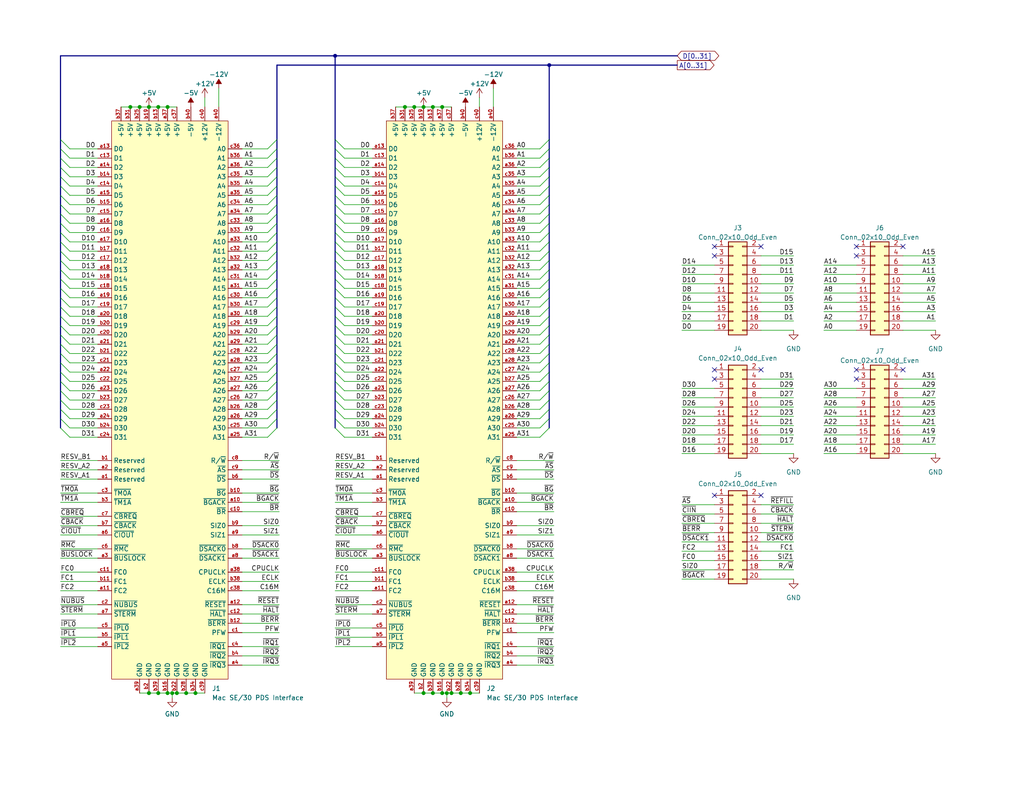
<source format=kicad_sch>
(kicad_sch (version 20230121) (generator eeschema)
  (paper "USLetter")
  (title_block (title "Logic analyzer adapter for Macintosh 68030 PDS slot") (date "2024-05-04") (rev "1"))
  (junction (at 43.18 189.23))
  (junction (at 149.86 17.78))
  (junction (at 120.65 189.23))
  (junction (at 45.72 29.21))
  (junction (at 115.57 29.21))
  (junction (at 118.11 189.23))
  (junction (at 40.64 29.21))
  (junction (at 40.64 189.23))
  (junction (at 115.57 189.23))
  (junction (at 123.19 189.23))
  (junction (at 43.18 29.21))
  (junction (at 121.92 189.23))
  (junction (at 125.73 189.23))
  (junction (at 118.11 29.21))
  (junction (at 128.27 189.23))
  (junction (at 50.8 189.23))
  (junction (at 53.34 189.23))
  (junction (at 45.72 189.23))
  (junction (at 46.99 189.23))
  (junction (at 110.49 29.21))
  (junction (at 113.03 29.21))
  (junction (at 38.1 29.21))
  (junction (at 120.65 29.21))
  (junction (at 35.56 29.21))
  (junction (at 91.44 15.24))
  (junction (at 48.26 189.23))
  (no_connect (at 194.945 103.505))
  (no_connect (at 207.645 135.255))
  (no_connect (at 207.645 100.965))
  (no_connect (at 233.68 67.31))
  (no_connect (at 246.38 100.965))
  (no_connect (at 233.68 69.85))
  (no_connect (at 194.945 69.85))
  (no_connect (at 207.645 67.31))
  (no_connect (at 233.68 103.505))
  (no_connect (at 233.68 100.965))
  (no_connect (at 246.38 67.31))
  (no_connect (at 194.945 135.255))
  (no_connect (at 194.945 100.965))
  (no_connect (at 194.945 67.31))
  (bus_entry (at 16.51 114.3) (size 2.54 2.54))
  (bus_entry (at 75.565 40.64) (size -2.54 2.54))
  (bus_entry (at 149.86 106.68) (size -2.54 2.54))
  (bus_entry (at 16.51 88.9) (size 2.54 2.54))
  (bus_entry (at 16.51 63.5) (size 2.54 2.54))
  (bus_entry (at 149.86 63.5) (size -2.54 2.54))
  (bus_entry (at 75.565 60.96) (size -2.54 2.54))
  (bus_entry (at 75.565 76.2) (size -2.54 2.54))
  (bus_entry (at 75.565 106.68) (size -2.54 2.54))
  (bus_entry (at 91.44 111.76) (size 2.54 2.54))
  (bus_entry (at 91.44 81.28) (size 2.54 2.54))
  (bus_entry (at 75.565 45.72) (size -2.54 2.54))
  (bus_entry (at 16.51 71.12) (size 2.54 2.54))
  (bus_entry (at 16.51 86.36) (size 2.54 2.54))
  (bus_entry (at 149.86 86.36) (size -2.54 2.54))
  (bus_entry (at 91.44 106.68) (size 2.54 2.54))
  (bus_entry (at 149.86 114.3) (size -2.54 2.54))
  (bus_entry (at 149.86 91.44) (size -2.54 2.54))
  (bus_entry (at 75.565 104.14) (size -2.54 2.54))
  (bus_entry (at 16.51 43.18) (size 2.54 2.54))
  (bus_entry (at 75.565 99.06) (size -2.54 2.54))
  (bus_entry (at 16.51 78.74) (size 2.54 2.54))
  (bus_entry (at 75.565 116.84) (size -2.54 2.54))
  (bus_entry (at 149.86 78.74) (size -2.54 2.54))
  (bus_entry (at 75.565 63.5) (size -2.54 2.54))
  (bus_entry (at 16.51 50.8) (size 2.54 2.54))
  (bus_entry (at 75.565 50.8) (size -2.54 2.54))
  (bus_entry (at 91.44 114.3) (size 2.54 2.54))
  (bus_entry (at 75.565 43.18) (size -2.54 2.54))
  (bus_entry (at 149.86 83.82) (size -2.54 2.54))
  (bus_entry (at 149.86 96.52) (size -2.54 2.54))
  (bus_entry (at 149.86 116.84) (size -2.54 2.54))
  (bus_entry (at 16.51 55.88) (size 2.54 2.54))
  (bus_entry (at 149.86 81.28) (size -2.54 2.54))
  (bus_entry (at 75.565 53.34) (size -2.54 2.54))
  (bus_entry (at 149.86 43.18) (size -2.54 2.54))
  (bus_entry (at 91.44 53.34) (size 2.54 2.54))
  (bus_entry (at 149.86 71.12) (size -2.54 2.54))
  (bus_entry (at 149.86 58.42) (size -2.54 2.54))
  (bus_entry (at 75.565 58.42) (size -2.54 2.54))
  (bus_entry (at 16.51 104.14) (size 2.54 2.54))
  (bus_entry (at 91.44 71.12) (size 2.54 2.54))
  (bus_entry (at 91.44 48.26) (size 2.54 2.54))
  (bus_entry (at 149.86 66.04) (size -2.54 2.54))
  (bus_entry (at 149.86 53.34) (size -2.54 2.54))
  (bus_entry (at 91.44 58.42) (size 2.54 2.54))
  (bus_entry (at 91.44 88.9) (size 2.54 2.54))
  (bus_entry (at 149.86 104.14) (size -2.54 2.54))
  (bus_entry (at 75.565 109.22) (size -2.54 2.54))
  (bus_entry (at 149.86 38.1) (size -2.54 2.54))
  (bus_entry (at 16.51 101.6) (size 2.54 2.54))
  (bus_entry (at 16.51 111.76) (size 2.54 2.54))
  (bus_entry (at 149.86 40.64) (size -2.54 2.54))
  (bus_entry (at 149.86 101.6) (size -2.54 2.54))
  (bus_entry (at 16.51 60.96) (size 2.54 2.54))
  (bus_entry (at 91.44 78.74) (size 2.54 2.54))
  (bus_entry (at 16.51 40.64) (size 2.54 2.54))
  (bus_entry (at 16.51 53.34) (size 2.54 2.54))
  (bus_entry (at 75.565 91.44) (size -2.54 2.54))
  (bus_entry (at 75.565 114.3) (size -2.54 2.54))
  (bus_entry (at 16.51 48.26) (size 2.54 2.54))
  (bus_entry (at 91.44 40.64) (size 2.54 2.54))
  (bus_entry (at 16.51 66.04) (size 2.54 2.54))
  (bus_entry (at 16.51 58.42) (size 2.54 2.54))
  (bus_entry (at 91.44 43.18) (size 2.54 2.54))
  (bus_entry (at 149.86 88.9) (size -2.54 2.54))
  (bus_entry (at 75.565 38.1) (size -2.54 2.54))
  (bus_entry (at 91.44 45.72) (size 2.54 2.54))
  (bus_entry (at 91.44 109.22) (size 2.54 2.54))
  (bus_entry (at 91.44 83.82) (size 2.54 2.54))
  (bus_entry (at 91.44 63.5) (size 2.54 2.54))
  (bus_entry (at 75.565 71.12) (size -2.54 2.54))
  (bus_entry (at 75.565 66.04) (size -2.54 2.54))
  (bus_entry (at 75.565 111.76) (size -2.54 2.54))
  (bus_entry (at 149.86 60.96) (size -2.54 2.54))
  (bus_entry (at 75.565 55.88) (size -2.54 2.54))
  (bus_entry (at 91.44 116.84) (size 2.54 2.54))
  (bus_entry (at 91.44 66.04) (size 2.54 2.54))
  (bus_entry (at 149.86 68.58) (size -2.54 2.54))
  (bus_entry (at 91.44 60.96) (size 2.54 2.54))
  (bus_entry (at 16.51 116.84) (size 2.54 2.54))
  (bus_entry (at 91.44 55.88) (size 2.54 2.54))
  (bus_entry (at 91.44 86.36) (size 2.54 2.54))
  (bus_entry (at 16.51 109.22) (size 2.54 2.54))
  (bus_entry (at 16.51 99.06) (size 2.54 2.54))
  (bus_entry (at 91.44 76.2) (size 2.54 2.54))
  (bus_entry (at 16.51 83.82) (size 2.54 2.54))
  (bus_entry (at 149.86 73.66) (size -2.54 2.54))
  (bus_entry (at 91.44 91.44) (size 2.54 2.54))
  (bus_entry (at 75.565 93.98) (size -2.54 2.54))
  (bus_entry (at 149.86 50.8) (size -2.54 2.54))
  (bus_entry (at 16.51 96.52) (size 2.54 2.54))
  (bus_entry (at 91.44 68.58) (size 2.54 2.54))
  (bus_entry (at 149.86 99.06) (size -2.54 2.54))
  (bus_entry (at 149.86 55.88) (size -2.54 2.54))
  (bus_entry (at 75.565 48.26) (size -2.54 2.54))
  (bus_entry (at 91.44 96.52) (size 2.54 2.54))
  (bus_entry (at 75.565 101.6) (size -2.54 2.54))
  (bus_entry (at 75.565 96.52) (size -2.54 2.54))
  (bus_entry (at 149.86 76.2) (size -2.54 2.54))
  (bus_entry (at 149.86 45.72) (size -2.54 2.54))
  (bus_entry (at 16.51 68.58) (size 2.54 2.54))
  (bus_entry (at 75.565 78.74) (size -2.54 2.54))
  (bus_entry (at 75.565 73.66) (size -2.54 2.54))
  (bus_entry (at 16.51 106.68) (size 2.54 2.54))
  (bus_entry (at 149.86 93.98) (size -2.54 2.54))
  (bus_entry (at 75.565 83.82) (size -2.54 2.54))
  (bus_entry (at 75.565 81.28) (size -2.54 2.54))
  (bus_entry (at 75.565 86.36) (size -2.54 2.54))
  (bus_entry (at 91.44 99.06) (size 2.54 2.54))
  (bus_entry (at 91.44 50.8) (size 2.54 2.54))
  (bus_entry (at 16.51 81.28) (size 2.54 2.54))
  (bus_entry (at 91.44 101.6) (size 2.54 2.54))
  (bus_entry (at 75.565 68.58) (size -2.54 2.54))
  (bus_entry (at 149.86 48.26) (size -2.54 2.54))
  (bus_entry (at 16.51 45.72) (size 2.54 2.54))
  (bus_entry (at 16.51 91.44) (size 2.54 2.54))
  (bus_entry (at 16.51 38.1) (size 2.54 2.54))
  (bus_entry (at 75.565 88.9) (size -2.54 2.54))
  (bus_entry (at 149.86 109.22) (size -2.54 2.54))
  (bus_entry (at 91.44 104.14) (size 2.54 2.54))
  (bus_entry (at 91.44 38.1) (size 2.54 2.54))
  (bus_entry (at 16.51 76.2) (size 2.54 2.54))
  (bus_entry (at 149.86 111.76) (size -2.54 2.54))
  (bus_entry (at 16.51 73.66) (size 2.54 2.54))
  (bus_entry (at 16.51 93.98) (size 2.54 2.54))
  (bus_entry (at 91.44 93.98) (size 2.54 2.54))
  (bus_entry (at 91.44 73.66) (size 2.54 2.54))
  (wire (pts (xy 40.64 189.23) (xy 43.18 189.23)))
  (wire (pts (xy 140.97 119.38) (xy 147.32 119.38)))
  (wire (pts (xy 66.04 93.98) (xy 73.025 93.98)))
  (wire (pts (xy 140.97 170.18) (xy 151.13 170.18)))
  (wire (pts (xy 120.65 29.21) (xy 123.19 29.21)))
  (bus (pts (xy 149.86 96.52) (xy 149.86 99.06)))
  (bus (pts (xy 149.86 81.28) (xy 149.86 83.82)))
  (wire (pts (xy 66.04 156.21) (xy 76.2 156.21)))
  (wire (pts (xy 93.98 96.52) (xy 101.6 96.52)))
  (bus (pts (xy 16.51 76.2) (xy 16.51 78.74)))
  (wire (pts (xy 207.645 118.745) (xy 216.535 118.745)))
  (wire (pts (xy 93.98 88.9) (xy 101.6 88.9)))
  (bus (pts (xy 16.51 111.76) (xy 16.51 114.3)))
  (wire (pts (xy 91.44 140.97) (xy 101.6 140.97)))
  (wire (pts (xy 186.055 155.575) (xy 194.945 155.575)))
  (wire (pts (xy 186.055 106.045) (xy 194.945 106.045)))
  (wire (pts (xy 66.04 53.34) (xy 73.025 53.34)))
  (wire (pts (xy 140.97 130.81) (xy 151.13 130.81)))
  (wire (pts (xy 207.645 80.01) (xy 216.535 80.01)))
  (bus (pts (xy 75.565 71.12) (xy 75.565 73.66)))
  (wire (pts (xy 66.04 104.14) (xy 73.025 104.14)))
  (wire (pts (xy 140.97 146.05) (xy 151.13 146.05)))
  (wire (pts (xy 246.38 69.85) (xy 255.27 69.85)))
  (wire (pts (xy 19.05 73.66) (xy 26.67 73.66)))
  (wire (pts (xy 66.04 143.51) (xy 76.2 143.51)))
  (wire (pts (xy 207.645 121.285) (xy 216.535 121.285)))
  (bus (pts (xy 91.44 15.24) (xy 91.44 38.1)))
  (wire (pts (xy 16.51 146.05) (xy 26.67 146.05)))
  (wire (pts (xy 66.04 83.82) (xy 73.025 83.82)))
  (wire (pts (xy 91.44 134.62) (xy 101.6 134.62)))
  (wire (pts (xy 93.98 48.26) (xy 101.6 48.26)))
  (wire (pts (xy 140.97 106.68) (xy 147.32 106.68)))
  (wire (pts (xy 19.05 93.98) (xy 26.67 93.98)))
  (bus (pts (xy 91.44 96.52) (xy 91.44 99.06)))
  (wire (pts (xy 46.99 189.23) (xy 48.26 189.23)))
  (wire (pts (xy 66.04 152.4) (xy 76.2 152.4)))
  (wire (pts (xy 66.04 78.74) (xy 73.025 78.74)))
  (wire (pts (xy 224.79 121.285) (xy 233.68 121.285)))
  (wire (pts (xy 207.645 145.415) (xy 216.535 145.415)))
  (wire (pts (xy 59.69 24.13) (xy 59.69 29.21)))
  (wire (pts (xy 66.04 176.53) (xy 76.2 176.53)))
  (wire (pts (xy 93.98 71.12) (xy 101.6 71.12)))
  (bus (pts (xy 149.86 88.9) (xy 149.86 91.44)))
  (wire (pts (xy 246.38 121.285) (xy 255.27 121.285)))
  (bus (pts (xy 149.86 86.36) (xy 149.86 88.9)))
  (wire (pts (xy 140.97 111.76) (xy 147.32 111.76)))
  (bus (pts (xy 91.44 40.64) (xy 91.44 43.18)))
  (wire (pts (xy 76.2 125.73) (xy 66.04 125.73)))
  (wire (pts (xy 19.05 109.22) (xy 26.67 109.22)))
  (wire (pts (xy 186.055 82.55) (xy 194.945 82.55)))
  (bus (pts (xy 16.51 45.72) (xy 16.51 48.26)))
  (bus (pts (xy 91.44 78.74) (xy 91.44 81.28)))
  (wire (pts (xy 140.97 76.2) (xy 147.32 76.2)))
  (bus (pts (xy 16.51 86.36) (xy 16.51 88.9)))
  (bus (pts (xy 149.86 60.96) (xy 149.86 63.5)))
  (wire (pts (xy 93.98 99.06) (xy 101.6 99.06)))
  (bus (pts (xy 91.44 55.88) (xy 91.44 58.42)))
  (bus (pts (xy 75.565 91.44) (xy 75.565 93.98)))
  (wire (pts (xy 16.51 176.53) (xy 26.67 176.53)))
  (wire (pts (xy 186.055 87.63) (xy 194.945 87.63)))
  (bus (pts (xy 149.86 71.12) (xy 149.86 73.66)))
  (wire (pts (xy 140.97 78.74) (xy 147.32 78.74)))
  (wire (pts (xy 66.04 170.18) (xy 76.2 170.18)))
  (wire (pts (xy 19.05 78.74) (xy 26.67 78.74)))
  (wire (pts (xy 19.05 71.12) (xy 26.67 71.12)))
  (wire (pts (xy 207.645 82.55) (xy 216.535 82.55)))
  (wire (pts (xy 186.055 142.875) (xy 194.945 142.875)))
  (wire (pts (xy 66.04 165.1) (xy 76.2 165.1)))
  (wire (pts (xy 93.98 40.64) (xy 101.6 40.64)))
  (wire (pts (xy 246.38 87.63) (xy 255.27 87.63)))
  (wire (pts (xy 224.79 90.17) (xy 233.68 90.17)))
  (wire (pts (xy 140.97 91.44) (xy 147.32 91.44)))
  (wire (pts (xy 140.97 73.66) (xy 147.32 73.66)))
  (wire (pts (xy 224.79 116.205) (xy 233.68 116.205)))
  (wire (pts (xy 91.44 152.4) (xy 101.6 152.4)))
  (bus (pts (xy 149.86 17.78) (xy 149.86 38.1)))
  (wire (pts (xy 66.04 137.16) (xy 76.2 137.16)))
  (bus (pts (xy 91.44 106.68) (xy 91.44 109.22)))
  (bus (pts (xy 149.86 58.42) (xy 149.86 60.96)))
  (wire (pts (xy 207.645 150.495) (xy 216.535 150.495)))
  (bus (pts (xy 149.86 114.3) (xy 149.86 116.84)))
  (bus (pts (xy 16.51 15.24) (xy 16.51 38.1)))
  (wire (pts (xy 66.04 40.64) (xy 73.025 40.64)))
  (bus (pts (xy 16.51 93.98) (xy 16.51 96.52)))
  (wire (pts (xy 93.98 53.34) (xy 101.6 53.34)))
  (wire (pts (xy 19.05 96.52) (xy 26.67 96.52)))
  (wire (pts (xy 19.05 48.26) (xy 26.67 48.26)))
  (wire (pts (xy 186.055 123.825) (xy 194.945 123.825)))
  (wire (pts (xy 66.04 106.68) (xy 73.025 106.68)))
  (wire (pts (xy 66.04 71.12) (xy 73.025 71.12)))
  (bus (pts (xy 16.51 66.04) (xy 16.51 68.58)))
  (bus (pts (xy 91.44 48.26) (xy 91.44 50.8)))
  (wire (pts (xy 186.055 116.205) (xy 194.945 116.205)))
  (wire (pts (xy 19.05 55.88) (xy 26.67 55.88)))
  (wire (pts (xy 16.51 152.4) (xy 26.67 152.4)))
  (bus (pts (xy 75.565 40.64) (xy 75.565 43.18)))
  (wire (pts (xy 66.04 172.72) (xy 76.2 172.72)))
  (wire (pts (xy 93.98 50.8) (xy 101.6 50.8)))
  (bus (pts (xy 75.565 76.2) (xy 75.565 78.74)))
  (wire (pts (xy 186.055 72.39) (xy 194.945 72.39)))
  (bus (pts (xy 16.51 101.6) (xy 16.51 104.14)))
  (wire (pts (xy 66.04 50.8) (xy 73.025 50.8)))
  (bus (pts (xy 149.86 111.76) (xy 149.86 114.3)))
  (wire (pts (xy 121.92 189.23) (xy 123.19 189.23)))
  (bus (pts (xy 16.51 73.66) (xy 16.51 76.2)))
  (wire (pts (xy 19.05 40.64) (xy 26.67 40.64)))
  (bus (pts (xy 149.86 68.58) (xy 149.86 71.12)))
  (wire (pts (xy 186.055 80.01) (xy 194.945 80.01)))
  (wire (pts (xy 93.98 78.74) (xy 101.6 78.74)))
  (bus (pts (xy 91.44 101.6) (xy 91.44 104.14)))
  (wire (pts (xy 16.51 171.45) (xy 26.67 171.45)))
  (bus (pts (xy 149.86 78.74) (xy 149.86 81.28)))
  (wire (pts (xy 91.44 167.64) (xy 101.6 167.64)))
  (bus (pts (xy 149.86 66.04) (xy 149.86 68.58)))
  (wire (pts (xy 93.98 83.82) (xy 101.6 83.82)))
  (bus (pts (xy 16.51 15.24) (xy 91.44 15.24)))
  (wire (pts (xy 207.645 158.115) (xy 216.535 158.115)))
  (wire (pts (xy 16.51 158.75) (xy 26.67 158.75)))
  (bus (pts (xy 149.86 73.66) (xy 149.86 76.2)))
  (wire (pts (xy 125.73 189.23) (xy 128.27 189.23)))
  (wire (pts (xy 246.38 80.01) (xy 255.27 80.01)))
  (wire (pts (xy 140.97 167.64) (xy 151.13 167.64)))
  (wire (pts (xy 91.44 173.99) (xy 101.6 173.99)))
  (wire (pts (xy 48.26 189.23) (xy 50.8 189.23)))
  (bus (pts (xy 149.86 40.64) (xy 149.86 43.18)))
  (bus (pts (xy 91.44 63.5) (xy 91.44 66.04)))
  (wire (pts (xy 140.97 149.86) (xy 151.13 149.86)))
  (wire (pts (xy 66.04 48.26) (xy 73.025 48.26)))
  (wire (pts (xy 33.02 29.21) (xy 35.56 29.21)))
  (wire (pts (xy 66.04 45.72) (xy 73.025 45.72)))
  (wire (pts (xy 246.38 116.205) (xy 255.27 116.205)))
  (wire (pts (xy 16.51 137.16) (xy 26.67 137.16)))
  (wire (pts (xy 19.05 119.38) (xy 26.67 119.38)))
  (wire (pts (xy 120.65 189.23) (xy 121.92 189.23)))
  (bus (pts (xy 149.86 104.14) (xy 149.86 106.68)))
  (bus (pts (xy 149.86 99.06) (xy 149.86 101.6)))
  (bus (pts (xy 16.51 71.12) (xy 16.51 73.66)))
  (wire (pts (xy 19.05 104.14) (xy 26.67 104.14)))
  (bus (pts (xy 149.86 53.34) (xy 149.86 55.88)))
  (wire (pts (xy 19.05 86.36) (xy 26.67 86.36)))
  (bus (pts (xy 91.44 53.34) (xy 91.44 55.88)))
  (wire (pts (xy 35.56 29.21) (xy 38.1 29.21)))
  (bus (pts (xy 75.565 99.06) (xy 75.565 101.6)))
  (wire (pts (xy 91.44 165.1) (xy 101.6 165.1)))
  (wire (pts (xy 38.1 29.21) (xy 40.64 29.21)))
  (wire (pts (xy 140.97 81.28) (xy 147.32 81.28)))
  (wire (pts (xy 246.38 74.93) (xy 255.27 74.93)))
  (wire (pts (xy 140.97 45.72) (xy 147.32 45.72)))
  (bus (pts (xy 91.44 68.58) (xy 91.44 71.12)))
  (wire (pts (xy 93.98 60.96) (xy 101.6 60.96)))
  (wire (pts (xy 91.44 146.05) (xy 101.6 146.05)))
  (bus (pts (xy 75.565 78.74) (xy 75.565 81.28)))
  (wire (pts (xy 140.97 114.3) (xy 147.32 114.3)))
  (bus (pts (xy 75.565 81.28) (xy 75.565 83.82)))
  (bus (pts (xy 75.565 55.88) (xy 75.565 58.42)))
  (bus (pts (xy 149.86 50.8) (xy 149.86 53.34)))
  (wire (pts (xy 186.055 153.035) (xy 194.945 153.035)))
  (wire (pts (xy 140.97 63.5) (xy 147.32 63.5)))
  (wire (pts (xy 40.64 29.21) (xy 43.18 29.21)))
  (bus (pts (xy 91.44 91.44) (xy 91.44 93.98)))
  (wire (pts (xy 140.97 88.9) (xy 147.32 88.9)))
  (wire (pts (xy 115.57 189.23) (xy 118.11 189.23)))
  (bus (pts (xy 75.565 17.78) (xy 75.565 38.1)))
  (wire (pts (xy 118.11 189.23) (xy 120.65 189.23)))
  (wire (pts (xy 186.055 158.115) (xy 194.945 158.115)))
  (wire (pts (xy 246.38 85.09) (xy 255.27 85.09)))
  (wire (pts (xy 93.98 116.84) (xy 101.6 116.84)))
  (bus (pts (xy 91.44 50.8) (xy 91.44 53.34)))
  (wire (pts (xy 19.05 106.68) (xy 26.67 106.68)))
  (wire (pts (xy 224.79 111.125) (xy 233.68 111.125)))
  (wire (pts (xy 91.44 143.51) (xy 101.6 143.51)))
  (wire (pts (xy 66.04 111.76) (xy 73.025 111.76)))
  (bus (pts (xy 16.51 68.58) (xy 16.51 71.12)))
  (wire (pts (xy 207.645 111.125) (xy 216.535 111.125)))
  (bus (pts (xy 75.565 93.98) (xy 75.565 96.52)))
  (wire (pts (xy 91.44 176.53) (xy 101.6 176.53)))
  (wire (pts (xy 246.38 72.39) (xy 255.27 72.39)))
  (bus (pts (xy 16.51 91.44) (xy 16.51 93.98)))
  (wire (pts (xy 246.38 118.745) (xy 255.27 118.745)))
  (wire (pts (xy 91.44 125.73) (xy 101.6 125.73)))
  (bus (pts (xy 149.86 91.44) (xy 149.86 93.98)))
  (wire (pts (xy 45.72 189.23) (xy 46.99 189.23)))
  (wire (pts (xy 186.055 140.335) (xy 194.945 140.335)))
  (bus (pts (xy 91.44 86.36) (xy 91.44 88.9)))
  (bus (pts (xy 91.44 73.66) (xy 91.44 76.2)))
  (wire (pts (xy 66.04 58.42) (xy 73.025 58.42)))
  (bus (pts (xy 75.565 88.9) (xy 75.565 91.44)))
  (wire (pts (xy 16.51 130.81) (xy 26.67 130.81)))
  (wire (pts (xy 140.97 58.42) (xy 147.32 58.42)))
  (wire (pts (xy 224.79 113.665) (xy 233.68 113.665)))
  (wire (pts (xy 91.44 171.45) (xy 101.6 171.45)))
  (wire (pts (xy 19.05 45.72) (xy 26.67 45.72)))
  (wire (pts (xy 134.62 24.13) (xy 134.62 29.21)))
  (bus (pts (xy 16.51 50.8) (xy 16.51 53.34)))
  (wire (pts (xy 66.04 73.66) (xy 73.025 73.66)))
  (wire (pts (xy 66.04 109.22) (xy 73.025 109.22)))
  (wire (pts (xy 19.05 91.44) (xy 26.67 91.44)))
  (wire (pts (xy 207.645 72.39) (xy 216.535 72.39)))
  (wire (pts (xy 207.645 90.17) (xy 216.535 90.17)))
  (wire (pts (xy 186.055 85.09) (xy 194.945 85.09)))
  (bus (pts (xy 91.44 88.9) (xy 91.44 91.44)))
  (wire (pts (xy 140.97 152.4) (xy 151.13 152.4)))
  (bus (pts (xy 16.51 40.64) (xy 16.51 43.18)))
  (wire (pts (xy 19.05 99.06) (xy 26.67 99.06)))
  (wire (pts (xy 207.645 137.795) (xy 216.535 137.795)))
  (wire (pts (xy 123.19 189.23) (xy 125.73 189.23)))
  (wire (pts (xy 16.51 167.64) (xy 26.67 167.64)))
  (bus (pts (xy 91.44 111.76) (xy 91.44 114.3)))
  (wire (pts (xy 66.04 149.86) (xy 76.2 149.86)))
  (wire (pts (xy 93.98 111.76) (xy 101.6 111.76)))
  (wire (pts (xy 66.04 146.05) (xy 76.2 146.05)))
  (bus (pts (xy 16.51 106.68) (xy 16.51 109.22)))
  (wire (pts (xy 66.04 167.64) (xy 76.2 167.64)))
  (wire (pts (xy 16.51 149.86) (xy 26.67 149.86)))
  (wire (pts (xy 16.51 161.29) (xy 26.67 161.29)))
  (wire (pts (xy 53.34 189.23) (xy 55.88 189.23)))
  (wire (pts (xy 140.97 86.36) (xy 147.32 86.36)))
  (bus (pts (xy 75.565 96.52) (xy 75.565 99.06)))
  (wire (pts (xy 19.05 60.96) (xy 26.67 60.96)))
  (wire (pts (xy 93.98 76.2) (xy 101.6 76.2)))
  (wire (pts (xy 66.04 179.07) (xy 76.2 179.07)))
  (wire (pts (xy 50.8 189.23) (xy 53.34 189.23)))
  (bus (pts (xy 16.51 114.3) (xy 16.51 116.84)))
  (bus (pts (xy 91.44 15.24) (xy 184.785 15.24)))
  (wire (pts (xy 19.05 76.2) (xy 26.67 76.2)))
  (bus (pts (xy 75.565 63.5) (xy 75.565 66.04)))
  (bus (pts (xy 149.86 76.2) (xy 149.86 78.74)))
  (wire (pts (xy 93.98 45.72) (xy 101.6 45.72)))
  (wire (pts (xy 55.88 26.67) (xy 55.88 29.21)))
  (wire (pts (xy 140.97 158.75) (xy 151.13 158.75)))
  (wire (pts (xy 93.98 63.5) (xy 101.6 63.5)))
  (bus (pts (xy 75.565 68.58) (xy 75.565 71.12)))
  (wire (pts (xy 207.645 69.85) (xy 216.535 69.85)))
  (wire (pts (xy 66.04 119.38) (xy 73.025 119.38)))
  (wire (pts (xy 186.055 90.17) (xy 194.945 90.17)))
  (wire (pts (xy 66.04 128.27) (xy 76.2 128.27)))
  (wire (pts (xy 207.645 140.335) (xy 216.535 140.335)))
  (bus (pts (xy 75.565 60.96) (xy 75.565 63.5)))
  (bus (pts (xy 91.44 109.22) (xy 91.44 111.76)))
  (wire (pts (xy 246.38 106.045) (xy 255.27 106.045)))
  (wire (pts (xy 140.97 179.07) (xy 151.13 179.07)))
  (wire (pts (xy 140.97 60.96) (xy 147.32 60.96)))
  (wire (pts (xy 140.97 156.21) (xy 151.13 156.21)))
  (wire (pts (xy 186.055 137.795) (xy 194.945 137.795)))
  (wire (pts (xy 207.645 113.665) (xy 216.535 113.665)))
  (wire (pts (xy 224.79 108.585) (xy 233.68 108.585)))
  (wire (pts (xy 93.98 101.6) (xy 101.6 101.6)))
  (bus (pts (xy 75.565 50.8) (xy 75.565 53.34)))
  (bus (pts (xy 16.51 38.1) (xy 16.51 40.64)))
  (wire (pts (xy 43.18 29.21) (xy 45.72 29.21)))
  (wire (pts (xy 207.645 87.63) (xy 216.535 87.63)))
  (wire (pts (xy 140.97 134.62) (xy 151.13 134.62)))
  (wire (pts (xy 224.79 77.47) (xy 233.68 77.47)))
  (wire (pts (xy 207.645 103.505) (xy 216.535 103.505)))
  (wire (pts (xy 140.97 104.14) (xy 147.32 104.14)))
  (wire (pts (xy 224.79 118.745) (xy 233.68 118.745)))
  (wire (pts (xy 19.05 43.18) (xy 26.67 43.18)))
  (wire (pts (xy 246.38 77.47) (xy 255.27 77.47)))
  (wire (pts (xy 43.18 189.23) (xy 45.72 189.23)))
  (wire (pts (xy 93.98 58.42) (xy 101.6 58.42)))
  (wire (pts (xy 91.44 130.81) (xy 101.6 130.81)))
  (bus (pts (xy 16.51 81.28) (xy 16.51 83.82)))
  (bus (pts (xy 16.51 109.22) (xy 16.51 111.76)))
  (wire (pts (xy 66.04 91.44) (xy 73.025 91.44)))
  (wire (pts (xy 140.97 161.29) (xy 151.13 161.29)))
  (wire (pts (xy 93.98 106.68) (xy 101.6 106.68)))
  (wire (pts (xy 66.04 130.81) (xy 76.2 130.81)))
  (bus (pts (xy 91.44 114.3) (xy 91.44 116.84)))
  (wire (pts (xy 66.04 66.04) (xy 73.025 66.04)))
  (wire (pts (xy 224.79 74.93) (xy 233.68 74.93)))
  (bus (pts (xy 91.44 104.14) (xy 91.44 106.68)))
  (bus (pts (xy 16.51 63.5) (xy 16.51 66.04)))
  (bus (pts (xy 91.44 81.28) (xy 91.44 83.82)))
  (bus (pts (xy 149.86 83.82) (xy 149.86 86.36)))
  (wire (pts (xy 140.97 137.16) (xy 151.13 137.16)))
  (wire (pts (xy 16.51 143.51) (xy 26.67 143.51)))
  (bus (pts (xy 75.565 48.26) (xy 75.565 50.8)))
  (wire (pts (xy 140.97 101.6) (xy 147.32 101.6)))
  (wire (pts (xy 91.44 149.86) (xy 101.6 149.86)))
  (bus (pts (xy 75.565 43.18) (xy 75.565 45.72)))
  (wire (pts (xy 140.97 53.34) (xy 147.32 53.34)))
  (wire (pts (xy 140.97 143.51) (xy 151.13 143.51)))
  (wire (pts (xy 140.97 116.84) (xy 147.32 116.84)))
  (wire (pts (xy 16.51 156.21) (xy 26.67 156.21)))
  (wire (pts (xy 140.97 96.52) (xy 147.32 96.52)))
  (wire (pts (xy 93.98 114.3) (xy 101.6 114.3)))
  (wire (pts (xy 207.645 77.47) (xy 216.535 77.47)))
  (wire (pts (xy 19.05 53.34) (xy 26.67 53.34)))
  (wire (pts (xy 246.38 113.665) (xy 255.27 113.665)))
  (bus (pts (xy 16.51 48.26) (xy 16.51 50.8)))
  (wire (pts (xy 140.97 172.72) (xy 151.13 172.72)))
  (wire (pts (xy 19.05 88.9) (xy 26.67 88.9)))
  (wire (pts (xy 207.645 108.585) (xy 216.535 108.585)))
  (wire (pts (xy 140.97 50.8) (xy 147.32 50.8)))
  (wire (pts (xy 19.05 83.82) (xy 26.67 83.82)))
  (bus (pts (xy 91.44 60.96) (xy 91.44 63.5)))
  (wire (pts (xy 113.03 29.21) (xy 115.57 29.21)))
  (wire (pts (xy 19.05 66.04) (xy 26.67 66.04)))
  (wire (pts (xy 66.04 76.2) (xy 73.025 76.2)))
  (bus (pts (xy 16.51 53.34) (xy 16.51 55.88)))
  (wire (pts (xy 66.04 81.28) (xy 73.025 81.28)))
  (wire (pts (xy 207.645 147.955) (xy 216.535 147.955)))
  (bus (pts (xy 75.565 109.22) (xy 75.565 111.76)))
  (bus (pts (xy 149.86 48.26) (xy 149.86 50.8)))
  (wire (pts (xy 66.04 96.52) (xy 73.025 96.52)))
  (wire (pts (xy 246.38 123.825) (xy 255.27 123.825)))
  (wire (pts (xy 113.03 189.23) (xy 115.57 189.23)))
  (wire (pts (xy 93.98 93.98) (xy 101.6 93.98)))
  (wire (pts (xy 16.51 134.62) (xy 26.67 134.62)))
  (wire (pts (xy 186.055 108.585) (xy 194.945 108.585)))
  (bus (pts (xy 75.565 17.78) (xy 149.86 17.78)))
  (wire (pts (xy 66.04 116.84) (xy 73.025 116.84)))
  (bus (pts (xy 91.44 71.12) (xy 91.44 73.66)))
  (wire (pts (xy 66.04 43.18) (xy 73.025 43.18)))
  (wire (pts (xy 246.38 108.585) (xy 255.27 108.585)))
  (wire (pts (xy 19.05 58.42) (xy 26.67 58.42)))
  (wire (pts (xy 66.04 139.7) (xy 76.2 139.7)))
  (bus (pts (xy 91.44 43.18) (xy 91.44 45.72)))
  (wire (pts (xy 46.99 189.23) (xy 46.99 190.5)))
  (wire (pts (xy 93.98 91.44) (xy 101.6 91.44)))
  (wire (pts (xy 91.44 158.75) (xy 101.6 158.75)))
  (wire (pts (xy 19.05 68.58) (xy 26.67 68.58)))
  (bus (pts (xy 16.51 55.88) (xy 16.51 58.42)))
  (wire (pts (xy 186.055 74.93) (xy 194.945 74.93)))
  (wire (pts (xy 128.27 189.23) (xy 130.81 189.23)))
  (bus (pts (xy 16.51 43.18) (xy 16.51 45.72)))
  (wire (pts (xy 224.79 123.825) (xy 233.68 123.825)))
  (wire (pts (xy 140.97 181.61) (xy 151.13 181.61)))
  (wire (pts (xy 93.98 73.66) (xy 101.6 73.66)))
  (bus (pts (xy 16.51 60.96) (xy 16.51 63.5)))
  (wire (pts (xy 246.38 82.55) (xy 255.27 82.55)))
  (wire (pts (xy 19.05 111.76) (xy 26.67 111.76)))
  (wire (pts (xy 16.51 173.99) (xy 26.67 173.99)))
  (wire (pts (xy 66.04 101.6) (xy 73.025 101.6)))
  (bus (pts (xy 149.86 101.6) (xy 149.86 104.14)))
  (wire (pts (xy 186.055 147.955) (xy 194.945 147.955)))
  (wire (pts (xy 115.57 29.21) (xy 118.11 29.21)))
  (bus (pts (xy 75.565 101.6) (xy 75.565 104.14)))
  (bus (pts (xy 75.565 86.36) (xy 75.565 88.9)))
  (bus (pts (xy 91.44 83.82) (xy 91.44 86.36)))
  (wire (pts (xy 224.79 82.55) (xy 233.68 82.55)))
  (wire (pts (xy 151.13 125.73) (xy 140.97 125.73)))
  (bus (pts (xy 91.44 66.04) (xy 91.44 68.58)))
  (bus (pts (xy 75.565 38.1) (xy 75.565 40.64)))
  (wire (pts (xy 186.055 111.125) (xy 194.945 111.125)))
  (bus (pts (xy 149.86 38.1) (xy 149.86 40.64)))
  (wire (pts (xy 207.645 155.575) (xy 216.535 155.575)))
  (bus (pts (xy 91.44 93.98) (xy 91.44 96.52)))
  (wire (pts (xy 66.04 55.88) (xy 73.025 55.88)))
  (wire (pts (xy 93.98 68.58) (xy 101.6 68.58)))
  (wire (pts (xy 246.38 103.505) (xy 255.27 103.505)))
  (wire (pts (xy 66.04 88.9) (xy 73.025 88.9)))
  (wire (pts (xy 207.645 85.09) (xy 216.535 85.09)))
  (bus (pts (xy 16.51 83.82) (xy 16.51 86.36)))
  (bus (pts (xy 149.86 93.98) (xy 149.86 96.52)))
  (wire (pts (xy 140.97 55.88) (xy 147.32 55.88)))
  (wire (pts (xy 66.04 99.06) (xy 73.025 99.06)))
  (bus (pts (xy 75.565 66.04) (xy 75.565 68.58)))
  (wire (pts (xy 118.11 29.21) (xy 120.65 29.21)))
  (wire (pts (xy 140.97 109.22) (xy 147.32 109.22)))
  (wire (pts (xy 207.645 74.93) (xy 216.535 74.93)))
  (wire (pts (xy 93.98 66.04) (xy 101.6 66.04)))
  (wire (pts (xy 140.97 139.7) (xy 151.13 139.7)))
  (bus (pts (xy 16.51 78.74) (xy 16.51 81.28)))
  (wire (pts (xy 66.04 181.61) (xy 76.2 181.61)))
  (wire (pts (xy 66.04 60.96) (xy 73.025 60.96)))
  (bus (pts (xy 91.44 45.72) (xy 91.44 48.26)))
  (wire (pts (xy 140.97 176.53) (xy 151.13 176.53)))
  (wire (pts (xy 91.44 128.27) (xy 101.6 128.27)))
  (wire (pts (xy 66.04 86.36) (xy 73.025 86.36)))
  (wire (pts (xy 246.38 90.17) (xy 255.27 90.17)))
  (wire (pts (xy 224.79 80.01) (xy 233.68 80.01)))
  (wire (pts (xy 91.44 156.21) (xy 101.6 156.21)))
  (wire (pts (xy 186.055 150.495) (xy 194.945 150.495)))
  (wire (pts (xy 66.04 63.5) (xy 73.025 63.5)))
  (wire (pts (xy 207.645 142.875) (xy 216.535 142.875)))
  (bus (pts (xy 149.86 63.5) (xy 149.86 66.04)))
  (bus (pts (xy 149.86 17.78) (xy 184.785 17.78)))
  (wire (pts (xy 19.05 114.3) (xy 26.67 114.3)))
  (wire (pts (xy 140.97 71.12) (xy 147.32 71.12)))
  (wire (pts (xy 207.645 123.825) (xy 216.535 123.825)))
  (bus (pts (xy 16.51 88.9) (xy 16.51 91.44)))
  (wire (pts (xy 140.97 68.58) (xy 147.32 68.58)))
  (wire (pts (xy 66.04 161.29) (xy 76.2 161.29)))
  (bus (pts (xy 149.86 55.88) (xy 149.86 58.42)))
  (bus (pts (xy 75.565 58.42) (xy 75.565 60.96)))
  (wire (pts (xy 130.81 26.67) (xy 130.81 29.21)))
  (wire (pts (xy 16.51 140.97) (xy 26.67 140.97)))
  (wire (pts (xy 224.79 106.045) (xy 233.68 106.045)))
  (wire (pts (xy 91.44 137.16) (xy 101.6 137.16)))
  (wire (pts (xy 224.79 85.09) (xy 233.68 85.09)))
  (wire (pts (xy 38.1 189.23) (xy 40.64 189.23)))
  (wire (pts (xy 107.95 29.21) (xy 110.49 29.21)))
  (wire (pts (xy 140.97 93.98) (xy 147.32 93.98)))
  (bus (pts (xy 91.44 99.06) (xy 91.44 101.6)))
  (wire (pts (xy 93.98 81.28) (xy 101.6 81.28)))
  (wire (pts (xy 19.05 50.8) (xy 26.67 50.8)))
  (wire (pts (xy 19.05 116.84) (xy 26.67 116.84)))
  (wire (pts (xy 224.79 72.39) (xy 233.68 72.39)))
  (bus (pts (xy 75.565 45.72) (xy 75.565 48.26)))
  (wire (pts (xy 140.97 165.1) (xy 151.13 165.1)))
  (bus (pts (xy 75.565 106.68) (xy 75.565 109.22)))
  (wire (pts (xy 91.44 161.29) (xy 101.6 161.29)))
  (bus (pts (xy 91.44 58.42) (xy 91.44 60.96)))
  (wire (pts (xy 66.04 158.75) (xy 76.2 158.75)))
  (bus (pts (xy 75.565 104.14) (xy 75.565 106.68)))
  (wire (pts (xy 66.04 114.3) (xy 73.025 114.3)))
  (wire (pts (xy 66.04 68.58) (xy 73.025 68.58)))
  (wire (pts (xy 16.51 125.73) (xy 26.67 125.73)))
  (wire (pts (xy 93.98 55.88) (xy 101.6 55.88)))
  (wire (pts (xy 16.51 128.27) (xy 26.67 128.27)))
  (wire (pts (xy 207.645 106.045) (xy 216.535 106.045)))
  (bus (pts (xy 75.565 73.66) (xy 75.565 76.2)))
  (wire (pts (xy 19.05 101.6) (xy 26.67 101.6)))
  (wire (pts (xy 140.97 99.06) (xy 147.32 99.06)))
  (bus (pts (xy 75.565 83.82) (xy 75.565 86.36)))
  (bus (pts (xy 16.51 104.14) (xy 16.51 106.68)))
  (wire (pts (xy 110.49 29.21) (xy 113.03 29.21)))
  (wire (pts (xy 186.055 77.47) (xy 194.945 77.47)))
  (bus (pts (xy 16.51 99.06) (xy 16.51 101.6)))
  (wire (pts (xy 140.97 40.64) (xy 147.32 40.64)))
  (wire (pts (xy 140.97 83.82) (xy 147.32 83.82)))
  (wire (pts (xy 140.97 48.26) (xy 147.32 48.26)))
  (wire (pts (xy 140.97 128.27) (xy 151.13 128.27)))
  (wire (pts (xy 93.98 104.14) (xy 101.6 104.14)))
  (wire (pts (xy 121.92 189.23) (xy 121.92 190.5)))
  (wire (pts (xy 207.645 116.205) (xy 216.535 116.205)))
  (wire (pts (xy 186.055 118.745) (xy 194.945 118.745)))
  (wire (pts (xy 93.98 86.36) (xy 101.6 86.36)))
  (wire (pts (xy 93.98 119.38) (xy 101.6 119.38)))
  (bus (pts (xy 16.51 58.42) (xy 16.51 60.96)))
  (bus (pts (xy 75.565 111.76) (xy 75.565 114.3)))
  (wire (pts (xy 140.97 66.04) (xy 147.32 66.04)))
  (wire (pts (xy 45.72 29.21) (xy 48.26 29.21)))
  (bus (pts (xy 149.86 109.22) (xy 149.86 111.76)))
  (wire (pts (xy 224.79 87.63) (xy 233.68 87.63)))
  (wire (pts (xy 66.04 134.62) (xy 76.2 134.62)))
  (wire (pts (xy 16.51 165.1) (xy 26.67 165.1)))
  (bus (pts (xy 91.44 76.2) (xy 91.44 78.74)))
  (bus (pts (xy 91.44 38.1) (xy 91.44 40.64)))
  (bus (pts (xy 149.86 45.72) (xy 149.86 48.26)))
  (wire (pts (xy 186.055 113.665) (xy 194.945 113.665)))
  (wire (pts (xy 186.055 121.285) (xy 194.945 121.285)))
  (bus (pts (xy 75.565 114.3) (xy 75.565 116.84)))
  (bus (pts (xy 149.86 106.68) (xy 149.86 109.22)))
  (bus (pts (xy 16.51 96.52) (xy 16.51 99.06)))
  (wire (pts (xy 207.645 153.035) (xy 216.535 153.035)))
  (wire (pts (xy 186.055 145.415) (xy 194.945 145.415)))
  (bus (pts (xy 149.86 43.18) (xy 149.86 45.72)))
  (wire (pts (xy 19.05 81.28) (xy 26.67 81.28)))
  (wire (pts (xy 19.05 63.5) (xy 26.67 63.5)))
  (wire (pts (xy 93.98 43.18) (xy 101.6 43.18)))
  (bus (pts (xy 75.565 53.34) (xy 75.565 55.88)))
  (wire (pts (xy 140.97 43.18) (xy 147.32 43.18)))
  (wire (pts (xy 93.98 109.22) (xy 101.6 109.22)))
  (wire (pts (xy 246.38 111.125) (xy 255.27 111.125)))
  (label "A21" (at 255.27 116.205 180))
  (label "A15" (at 255.27 69.85 180))
  (label "~{IPL0}" (at 91.44 171.45 0))
  (label "~{RMC}" (at 91.44 149.86 0))
  (label "A18" (at 66.675 86.36 0))
  (label "~{HALT}" (at 216.535 142.875 180))
  (label "D15" (at 100.965 78.74 180))
  (label "~{IRQ3}" (at 151.13 181.61 180))
  (label "~{NUBUS}" (at 16.51 165.1 0))
  (label "D7" (at 100.965 58.42 180))
  (label "FC0" (at 16.51 156.21 0))
  (label "SIZ1" (at 216.535 153.035 180))
  (label "C16M" (at 151.13 161.29 180))
  (label "A9" (at 255.27 77.47 180))
  (label "A27" (at 66.675 109.22 0))
  (label "D18" (at 26.035 86.36 180))
  (label "D16" (at 100.965 81.28 180))
  (label "FC2" (at 16.51 161.29 0))
  (label "A30" (at 224.79 106.045 0))
  (label "D4" (at 100.965 50.8 180))
  (label "~{IPL2}" (at 91.44 176.53 0))
  (label "D27" (at 216.535 108.585 180))
  (label "D12" (at 26.035 71.12 180))
  (label "D21" (at 216.535 116.205 180))
  (label "D21" (at 26.035 93.98 180))
  (label "A7" (at 140.97 58.42 0))
  (label "~{CIOUT}" (at 16.51 146.05 0))
  (label "D9" (at 216.535 77.47 180))
  (label "A31" (at 255.27 103.505 180))
  (label "A20" (at 224.79 118.745 0))
  (label "A30" (at 140.97 116.84 0))
  (label "D23" (at 26.035 99.06 180))
  (label "D6" (at 100.965 55.88 180))
  (label "D31" (at 216.535 103.505 180))
  (label "~{CBACK}" (at 216.535 140.335 180))
  (label "A2" (at 224.79 87.63 0))
  (label "D29" (at 100.965 114.3 180))
  (label "A8" (at 66.675 60.96 0))
  (label "A14" (at 224.79 72.39 0))
  (label "A25" (at 66.675 104.14 0))
  (label "~{BR}" (at 151.13 139.7 180))
  (label "D22" (at 26.035 96.52 180))
  (label "A22" (at 66.675 96.52 0))
  (label "R{slash}~{W}" (at 151.13 125.73 180))
  (label "D7" (at 26.035 58.42 180))
  (label "A3" (at 255.27 85.09 180))
  (label "D30" (at 186.055 106.045 0))
  (label "~{HALT}" (at 151.13 167.64 180))
  (label "A28" (at 224.79 108.585 0))
  (label "A4" (at 66.675 50.8 0))
  (label "D22" (at 100.965 96.52 180))
  (label "PFW" (at 151.13 172.72 180))
  (label "A16" (at 224.79 123.825 0))
  (label "D31" (at 26.035 119.38 180))
  (label "RESV_A1" (at 91.44 130.81 0))
  (label "A16" (at 140.97 81.28 0))
  (label "D30" (at 26.035 116.84 180))
  (label "A27" (at 255.27 108.585 180))
  (label "D2" (at 186.055 87.63 0))
  (label "D16" (at 186.055 123.825 0))
  (label "A26" (at 224.79 111.125 0))
  (label "~{DS}" (at 151.13 130.81 180))
  (label "A11" (at 140.97 68.58 0))
  (label "~{BG}" (at 76.2 134.62 180))
  (label "~{BGACK}" (at 151.13 137.16 180))
  (label "ECLK" (at 76.2 158.75 180))
  (label "D9" (at 100.965 63.5 180))
  (label "~{DSACK1}" (at 76.2 152.4 180))
  (label "A3" (at 66.675 48.26 0))
  (label "D24" (at 26.035 101.6 180))
  (label "A7" (at 66.675 58.42 0))
  (label "SIZ0" (at 186.055 155.575 0))
  (label "A24" (at 140.97 101.6 0))
  (label "A21" (at 140.97 93.98 0))
  (label "D15" (at 26.035 78.74 180))
  (label "~{TM0A}" (at 91.44 134.62 0))
  (label "D27" (at 100.965 109.22 180))
  (label "A13" (at 66.675 73.66 0))
  (label "~{RMC}" (at 16.51 149.86 0))
  (label "D28" (at 186.055 108.585 0))
  (label "A5" (at 255.27 82.55 180))
  (label "~{BG}" (at 151.13 134.62 180))
  (label "A10" (at 66.675 66.04 0))
  (label "A31" (at 66.675 119.38 0))
  (label "A12" (at 224.79 74.93 0))
  (label "~{DSACK0}" (at 216.535 147.955 180))
  (label "A8" (at 140.97 60.96 0))
  (label "D19" (at 216.535 118.745 180))
  (label "A28" (at 66.675 111.76 0))
  (label "D8" (at 100.965 60.96 180))
  (label "ECLK" (at 151.13 158.75 180))
  (label "D13" (at 26.035 73.66 180))
  (label "A4" (at 224.79 85.09 0))
  (label "D11" (at 26.035 68.58 180))
  (label "A6" (at 66.675 55.88 0))
  (label "A3" (at 140.97 48.26 0))
  (label "D29" (at 26.035 114.3 180))
  (label "~{DSACK1}" (at 151.13 152.4 180))
  (label "A6" (at 224.79 82.55 0))
  (label "D14" (at 186.055 72.39 0))
  (label "D20" (at 100.965 91.44 180))
  (label "D2" (at 100.965 45.72 180))
  (label "D8" (at 186.055 80.01 0))
  (label "A17" (at 66.675 83.82 0))
  (label "D23" (at 100.965 99.06 180))
  (label "D8" (at 26.035 60.96 180))
  (label "A18" (at 140.97 86.36 0))
  (label "D29" (at 216.535 106.045 180))
  (label "D25" (at 100.965 104.14 180))
  (label "~{BUSLOCK}" (at 16.51 152.4 0))
  (label "~{IRQ1}" (at 151.13 176.53 180))
  (label "A17" (at 140.97 83.82 0))
  (label "R{slash}~{W}" (at 76.2 125.73 180))
  (label "D16" (at 26.035 81.28 180))
  (label "D24" (at 186.055 113.665 0))
  (label "A4" (at 140.97 50.8 0))
  (label "SIZ0" (at 151.13 143.51 180))
  (label "A21" (at 66.675 93.98 0))
  (label "~{IRQ2}" (at 151.13 179.07 180))
  (label "A16" (at 66.675 81.28 0))
  (label "~{STERM}" (at 91.44 167.64 0))
  (label "D21" (at 100.965 93.98 180))
  (label "~{IRQ2}" (at 76.2 179.07 180))
  (label "~{STERM}" (at 16.51 167.64 0))
  (label "CPUCLK" (at 151.13 156.21 180))
  (label "D18" (at 186.055 121.285 0))
  (label "~{TM1A}" (at 16.51 137.16 0))
  (label "D12" (at 100.965 71.12 180))
  (label "RESV_A2" (at 91.44 128.27 0))
  (label "D25" (at 216.535 111.125 180))
  (label "~{RESET}" (at 76.2 165.1 180))
  (label "~{CBACK}" (at 16.51 143.51 0))
  (label "D9" (at 26.035 63.5 180))
  (label "A31" (at 140.97 119.38 0))
  (label "D30" (at 100.965 116.84 180))
  (label "~{IPL1}" (at 16.51 173.99 0))
  (label "D26" (at 26.035 106.68 180))
  (label "A7" (at 255.27 80.01 180))
  (label "~{NUBUS}" (at 91.44 165.1 0))
  (label "D25" (at 26.035 104.14 180))
  (label "D10" (at 26.035 66.04 180))
  (label "~{IPL0}" (at 16.51 171.45 0))
  (label "FC0" (at 91.44 156.21 0))
  (label "A23" (at 140.97 99.06 0))
  (label "RESV_A2" (at 16.51 128.27 0))
  (label "A5" (at 66.675 53.34 0))
  (label "~{DSACK0}" (at 76.2 149.86 180))
  (label "A18" (at 224.79 121.285 0))
  (label "A19" (at 255.27 118.745 180))
  (label "~{DSACK1}" (at 186.055 147.955 0))
  (label "FC1" (at 91.44 158.75 0))
  (label "A1" (at 140.97 43.18 0))
  (label "A14" (at 140.97 76.2 0))
  (label "D12" (at 186.055 74.93 0))
  (label "D19" (at 100.965 88.9 180))
  (label "A27" (at 140.97 109.22 0))
  (label "A12" (at 66.675 71.12 0))
  (label "D3" (at 100.965 48.26 180))
  (label "~{BERR}" (at 151.13 170.18 180))
  (label "FC2" (at 186.055 150.495 0))
  (label "A2" (at 66.675 45.72 0))
  (label "~{RESET}" (at 151.13 165.1 180))
  (label "D1" (at 26.035 43.18 180))
  (label "D27" (at 26.035 109.22 180))
  (label "A9" (at 66.675 63.5 0))
  (label "A23" (at 255.27 113.665 180))
  (label "A25" (at 140.97 104.14 0))
  (label "A17" (at 255.27 121.285 180))
  (label "A1" (at 255.27 87.63 180))
  (label "D1" (at 216.535 87.63 180))
  (label "~{HALT}" (at 76.2 167.64 180))
  (label "A14" (at 66.675 76.2 0))
  (label "D28" (at 26.035 111.76 180))
  (label "D0" (at 186.055 90.17 0))
  (label "A20" (at 66.675 91.44 0))
  (label "A10" (at 140.97 66.04 0))
  (label "~{AS}" (at 186.055 137.795 0))
  (label "D19" (at 26.035 88.9 180))
  (label "~{CBACK}" (at 91.44 143.51 0))
  (label "A11" (at 255.27 74.93 180))
  (label "A0" (at 66.675 40.64 0))
  (label "RESV_A1" (at 16.51 130.81 0))
  (label "~{TM1A}" (at 91.44 137.16 0))
  (label "A19" (at 66.675 88.9 0))
  (label "A22" (at 140.97 96.52 0))
  (label "D20" (at 186.055 118.745 0))
  (label "A23" (at 66.675 99.06 0))
  (label "SIZ1" (at 76.2 146.05 180))
  (label "D4" (at 26.035 50.8 180))
  (label "A6" (at 140.97 55.88 0))
  (label "A13" (at 255.27 72.39 180))
  (label "A11" (at 66.675 68.58 0))
  (label "FC1" (at 216.535 150.495 180))
  (label "A26" (at 140.97 106.68 0))
  (label "FC2" (at 91.44 161.29 0))
  (label "D5" (at 216.535 82.55 180))
  (label "~{TM0A}" (at 16.51 134.62 0))
  (label "A29" (at 140.97 114.3 0))
  (label "~{DSACK0}" (at 151.13 149.86 180))
  (label "D6" (at 26.035 55.88 180))
  (label "A20" (at 140.97 91.44 0))
  (label "D11" (at 216.535 74.93 180))
  (label "D24" (at 100.965 101.6 180))
  (label "D13" (at 216.535 72.39 180))
  (label "~{AS}" (at 151.13 128.27 180))
  (label "A5" (at 140.97 53.34 0))
  (label "A29" (at 66.675 114.3 0))
  (label "A8" (at 224.79 80.01 0))
  (label "A15" (at 140.97 78.74 0))
  (label "D26" (at 186.055 111.125 0))
  (label "RESV_B1" (at 16.51 125.73 0))
  (label "D13" (at 100.965 73.66 180))
  (label "~{CBREQ}" (at 16.51 140.97 0))
  (label "~{BERR}" (at 186.055 145.415 0))
  (label "D2" (at 26.035 45.72 180))
  (label "~{CIOUT}" (at 91.44 146.05 0))
  (label "A29" (at 255.27 106.045 180))
  (label "D10" (at 186.055 77.47 0))
  (label "~{BGACK}" (at 76.2 137.16 180))
  (label "A30" (at 66.675 116.84 0))
  (label "R{slash}~{W}" (at 216.535 155.575 180))
  (label "D26" (at 100.965 106.68 180))
  (label "D28" (at 100.965 111.76 180))
  (label "A26" (at 66.675 106.68 0))
  (label "D22" (at 186.055 116.205 0))
  (label "D17" (at 100.965 83.82 180))
  (label "D20" (at 26.035 91.44 180))
  (label "D14" (at 100.965 76.2 180))
  (label "C16M" (at 76.2 161.29 180))
  (label "~{DS}" (at 76.2 130.81 180))
  (label "~{CIIN}" (at 186.055 140.335 0))
  (label "A0" (at 140.97 40.64 0))
  (label "D5" (at 100.965 53.34 180))
  (label "D6" (at 186.055 82.55 0))
  (label "D23" (at 216.535 113.665 180))
  (label "D18" (at 100.965 86.36 180))
  (label "A24" (at 66.675 101.6 0))
  (label "PFW" (at 76.2 172.72 180))
  (label "~{IPL1}" (at 91.44 173.99 0))
  (label "FC1" (at 16.51 158.75 0))
  (label "SIZ1" (at 151.13 146.05 180))
  (label "~{BR}" (at 76.2 139.7 180))
  (label "D17" (at 26.035 83.82 180))
  (label "CPUCLK" (at 76.2 156.21 180))
  (label "D3" (at 216.535 85.09 180))
  (label "D11" (at 100.965 68.58 180))
  (label "~{BGACK}" (at 186.055 158.115 0))
  (label "SIZ0" (at 76.2 143.51 180))
  (label "A12" (at 140.97 71.12 0))
  (label "D10" (at 100.965 66.04 180))
  (label "A15" (at 66.675 78.74 0))
  (label "~{IPL2}" (at 16.51 176.53 0))
  (label "~{AS}" (at 76.2 128.27 180))
  (label "A28" (at 140.97 111.76 0))
  (label "FC0" (at 186.055 153.035 0))
  (label "D1" (at 100.965 43.18 180))
  (label "RESV_B1" (at 91.44 125.73 0))
  (label "~{BUSLOCK}" (at 91.44 152.4 0))
  (label "A9" (at 140.97 63.5 0))
  (label "A25" (at 255.27 111.125 180))
  (label "D14" (at 26.035 76.2 180))
  (label "D3" (at 26.035 48.26 180))
  (label "D15" (at 216.535 69.85 180))
  (label "A19" (at 140.97 88.9 0))
  (label "A1" (at 66.675 43.18 0))
  (label "A24" (at 224.79 113.665 0))
  (label "D31" (at 100.965 119.38 180))
  (label "D17" (at 216.535 121.285 180))
  (label "A10" (at 224.79 77.47 0))
  (label "D0" (at 100.965 40.64 180))
  (label "~{CBREQ}" (at 91.44 140.97 0))
  (label "A0" (at 224.79 90.17 0))
  (label "~{CBREQ}" (at 186.055 142.875 0))
  (label "~{BERR}" (at 76.2 170.18 180))
  (label "~{STERM}" (at 216.535 145.415 180))
  (label "D4" (at 186.055 85.09 0))
  (label "D0" (at 26.035 40.64 180))
  (label "A2" (at 140.97 45.72 0))
  (label "~{REFILL}" (at 216.535 137.795 180))
  (label "~{IRQ1}" (at 76.2 176.53 180))
  (label "A13" (at 140.97 73.66 0))
  (label "D7" (at 216.535 80.01 180))
  (label "A22" (at 224.79 116.205 0))
  (label "D5" (at 26.035 53.34 180))
  (label "~{IRQ3}" (at 76.2 181.61 180))
  (global_label "D[0..31]" (shape bidirectional) (at 184.785 15.24 0) (property "Intersheetrefs" "${INTERSHEET_REFS}" (effects hide)))
  (global_label "A[0..31]" (shape output) (at 184.785 17.78 0) (property "Intersheetrefs" "${INTERSHEET_REFS}" (effects hide)))
  (symbol (lib_id "power:GND") (at 216.535 90.17 0) (unit 1)
    (property "Reference" "#PWR011" (effects hide))
    (property "Value" "GND" (at 216.535 95.25 0))
  )
  (symbol (lib_id "power:+12V") (at 130.81 26.67 0) (unit 1)
    (property "Reference" "#PWR09" (effects hide))
    (property "Value" "+12V" (at 130.81 22.86 0))
  )
  (symbol (lib_id "power:GND") (at 216.535 158.115 0) (unit 1)
    (property "Reference" "#PWR015" (effects hide))
    (property "Value" "GND" (at 216.535 163.195 0))
  )
  (symbol (lib_id "Connector_Generic:Conn_02x10_Odd_Even") (at 200.025 77.47 0) (unit 1)
    (property "Reference" "J3" (at 201.295 62.23 0))
    (property "Value" "Conn_02x10_Odd_Even" (at 201.295 64.77 0))
    (property "Footprint" "Connector_IDC:IDC-Header_2x10_P2.54mm_Vertical_SMD" (effects hide))
    (property "Digikey" "1175-1623-ND" (effects hide))
  )
  (symbol (lib_id "PDS:SE30_PDS") (at 46.99 26.67 0) (unit 1)
    (property "Reference" "J1" (at 57.8359 187.96 0) (effects (justify left)))
    (property "Value" "Mac SE/30 PDS Interface" (at 57.8359 190.5 0) (effects (justify left)))
    (property "Footprint" "PDS:DIN41612_C_3x40_Male_Horizontal_THT" (effects hide))
    (property "Datasheet" "https://www.te.com/commerce/DocumentDelivery/DDEController?Action=srchrtrv&DocNm=650906&DocType=Customer+Drawing&DocLang=English" (effects hide))
    (property "Digikey" "A1277-ND" (effects hide))
  )
  (symbol (lib_id "Connector_Generic:Conn_02x10_Odd_Even") (at 238.76 77.47 0) (unit 1)
    (property "Reference" "J6" (at 240.03 62.23 0))
    (property "Value" "Conn_02x10_Odd_Even" (at 240.03 64.77 0))
    (property "Footprint" "Connector_IDC:IDC-Header_2x10_P2.54mm_Vertical_SMD" (effects hide))
    (property "Digikey" "1175-1623-ND" (effects hide))
  )
  (symbol (lib_id "Connector_Generic:Conn_02x10_Odd_Even") (at 200.025 145.415 0) (unit 1)
    (property "Reference" "J5" (at 201.295 129.54 0))
    (property "Value" "Conn_02x10_Odd_Even" (at 201.295 132.08 0))
    (property "Footprint" "Connector_IDC:IDC-Header_2x10_P2.54mm_Vertical_SMD" (effects hide))
    (property "Digikey" "1175-1623-ND" (effects hide))
  )
  (symbol (lib_id "power:GND") (at 121.92 190.5 0) (unit 1)
    (property "Reference" "#PWR07" (effects hide))
    (property "Value" "GND" (at 121.92 194.945 0))
  )
  (symbol (lib_id "power:+12V") (at 55.88 26.67 0) (unit 1)
    (property "Reference" "#PWR04" (effects hide))
    (property "Value" "+12V" (at 55.88 22.86 0))
  )
  (symbol (lib_id "Connector_Generic:Conn_02x10_Odd_Even") (at 238.76 111.125 0) (unit 1)
    (property "Reference" "J7" (at 240.03 95.885 0))
    (property "Value" "Conn_02x10_Odd_Even" (at 240.03 98.425 0))
    (property "Footprint" "Connector_IDC:IDC-Header_2x10_P2.54mm_Vertical_SMD" (effects hide))
    (property "Digikey" "1175-1623-ND" (effects hide))
  )
  (symbol (lib_id "power:GND") (at 46.99 190.5 0) (unit 1)
    (property "Reference" "#PWR02" (effects hide))
    (property "Value" "GND" (at 46.99 194.945 0))
  )
  (symbol (lib_id "PDS:SE30_PDS") (at 121.92 26.67 0) (unit 1)
    (property "Reference" "J2" (at 132.7659 187.96 0) (effects (justify left)))
    (property "Value" "Mac SE/30 PDS Interface" (at 132.7659 190.5 0) (effects (justify left)))
    (property "Footprint" "PDS:DIN41612_C_3x40_Female_Horizontal_THT" (effects hide))
    (property "Datasheet" "https://www.te.com/commerce/DocumentDelivery/DDEController?Action=srchrtrv&DocNm=650906&DocType=Customer+Drawing&DocLang=English" (effects hide))
    (property "Digikey" "A32307-ND" (effects hide))
  )
  (symbol (lib_id "power:-12V") (at 134.62 24.13 0) (unit 1)
    (property "Reference" "#PWR010" (effects hide))
    (property "Value" "-12V" (at 134.62 20.32 0))
  )
  (symbol (lib_id "power:GND") (at 216.535 123.825 0) (unit 1)
    (property "Reference" "#PWR014" (effects hide))
    (property "Value" "GND" (at 216.535 128.905 0))
  )
  (symbol (lib_id "power:GND") (at 255.27 123.825 0) (unit 1)
    (property "Reference" "#PWR013" (effects hide))
    (property "Value" "GND" (at 255.27 128.905 0))
  )
  (symbol (lib_id "power:+5V") (at 115.57 29.21 0) (unit 1)
    (property "Reference" "#PWR06" (effects hide))
    (property "Value" "+5V" (at 115.57 25.4 0))
  )
  (symbol (lib_id "power:-5V") (at 127 29.21 0) (unit 1)
    (property "Reference" "#PWR08" (effects hide))
    (property "Value" "-5V" (at 127 25.4 0))
  )
  (symbol (lib_id "Connector_Generic:Conn_02x10_Odd_Even") (at 200.025 111.125 0) (unit 1)
    (property "Reference" "J4" (at 201.295 95.25 0))
    (property "Value" "Conn_02x10_Odd_Even" (at 201.295 97.79 0))
    (property "Footprint" "Connector_IDC:IDC-Header_2x10_P2.54mm_Vertical_SMD" (effects hide))
    (property "Digikey" "1175-1623-ND" (effects hide))
  )
  (symbol (lib_id "power:-12V") (at 59.69 24.13 0) (unit 1)
    (property "Reference" "#PWR05" (effects hide))
    (property "Value" "-12V" (at 59.69 20.32 0))
  )
  (symbol (lib_id "power:GND") (at 255.27 90.17 0) (unit 1)
    (property "Reference" "#PWR012" (effects hide))
    (property "Value" "GND" (at 255.27 95.25 0))
  )
  (symbol (lib_id "power:-5V") (at 52.07 29.21 0) (unit 1)
    (property "Reference" "#PWR03" (effects hide))
    (property "Value" "-5V" (at 52.07 25.4 0))
  )
  (symbol (lib_id "power:+5V") (at 40.64 29.21 0) (unit 1)
    (property "Reference" "#PWR01" (effects hide))
    (property "Value" "+5V" (at 40.64 25.4 0))
  )
)
</source>
